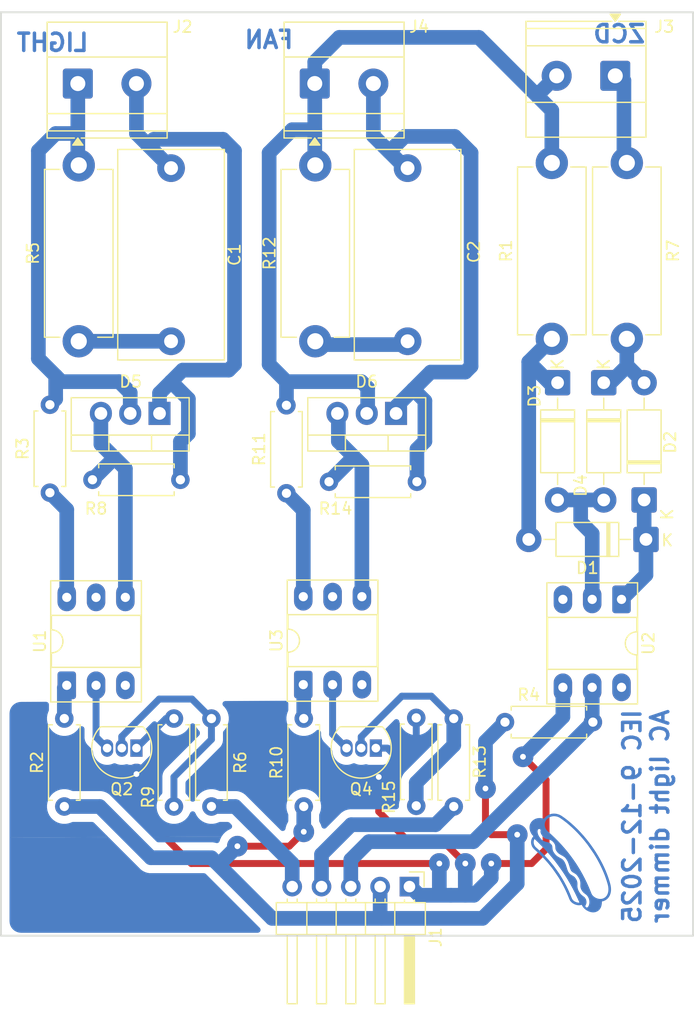
<source format=kicad_pcb>
(kicad_pcb (version 20241229) (generator "pcbnew") (generator_version "9.0")
  (title_block (date "mar. 31 mars 2015"))
  (layers (0 "F.Cu" signal) (2 "B.Cu" signal) (15 "B.Paste" user) (5 "F.SilkS" user "F.Silkscreen") (7 "B.SilkS" user "B.Silkscreen") (1 "F.Mask" user) (3 "B.Mask" user) (25 "Edge.Cuts" user))
  (net 0 "")
  (net 1 "Net-(C1-Pad1)")
  (net 2 "Net-(C2-Pad1)")
  (net 3 "Net-(D1-A)")
  (net 4 "Net-(D1-K)")
  (net 5 "Net-(D2-A)")
  (net 6 "Net-(D3-A)")
  (net 7 "LIGHT_LINE")
  (net 8 "N")
  (net 9 "+5V")
  (net 10 "GND")
  (net 11 "/ZCD")
  (net 12 "Net-(Q2-D)")
  (net 13 "Net-(Q2-G)")
  (net 14 "Net-(Q4-D)")
  (net 15 "Net-(Q4-G)")
  (net 20 "DIMMING_LINE")
  (net 21 "/FAN")
  (net 22 "/LIGHT")
  (net 23 "Net-(R2-Pad2)")
  (net 24 "Net-(R3-Pad1)")
  (net 25 "Net-(R10-Pad2)")
  (net 26 "Net-(R11-Pad1)")
  (net 29 "Net-(D5-A1)")
  (net 30 "Net-(D6-A1)")
  (net 31 "Net-(D5-G)")
  (net 32 "Net-(D6-G)")
  (footprint "Capacitor_THT:C_Rect_L18.0mm_W9.0mm_P15.00mm_FKS3_FKP3" (layer "F.Cu") (at 130 79.5 90)
    (property "Reference" "C2")
    (property "Value" "0.1uF")
  )
  (footprint "Package_DIP:DIP-6_W7.62mm_Socket_LongPads" (layer "F.Cu") (at 100.46 109.31 90)
    (property "Reference" "U1")
    (property "Value" "MOC3023M")
  )
  (footprint "Resistor_THT:R_Axial_DIN0207_L6.3mm_D2.5mm_P7.62mm_Horizontal" (layer "F.Cu") (at 100.25 119.81 90)
    (property "Reference" "R2")
    (property "Value" "180")
  )
  (footprint "Resistor_THT:R_Axial_DIN0207_L6.3mm_D2.5mm_P7.62mm_Horizontal" (layer "F.Cu") (at 138.44 112.5)
    (property "Reference" "R4")
    (property "Value" "1k")
  )
  (footprint "Resistor_THT:R_Axial_DIN0614_L14.3mm_D5.7mm_P15.24mm_Horizontal" (layer "F.Cu") (at 122 79.5 90)
    (property "Reference" "R12")
    (property "Value" "2.4k")
  )
  (footprint "Resistor_THT:R_Axial_DIN0207_L6.3mm_D2.5mm_P7.62mm_Horizontal" (layer "F.Cu") (at 130.75 119.75 90)
    (property "Reference" "R15")
    (property "Value" "1M")
  )
  (footprint "Package_TO_SOT_THT:TO-220-3_Vertical" (layer "F.Cu") (at 108.5 85.75 180)
    (property "Reference" "D5")
    (property "Value" "Generic_Triac_A1A2G")
  )
  (footprint "Resistor_THT:R_Axial_DIN0207_L6.3mm_D2.5mm_P7.62mm_Horizontal" (layer "F.Cu") (at 99 92.62 90)
    (property "Reference" "R3")
    (property "Value" "220")
  )
  (footprint "Package_DIP:DIP-6_W7.62mm_Socket_LongPads" (layer "F.Cu") (at 120.96 109.25 90)
    (property "Reference" "U3")
    (property "Value" "MOC3023M")
  )
  (footprint "Resistor_THT:R_Axial_DIN0207_L6.3mm_D2.5mm_P7.62mm_Horizontal" (layer "F.Cu") (at 123.19 91.67)
    (property "Reference" "R14")
    (property "Value" "220")
  )
  (footprint "Diode_THT:D_DO-41_SOD81_P10.16mm_Horizontal" (layer "F.Cu") (at 150.66 96.67 180)
    (property "Reference" "D1")
    (property "Value" "1N4007")
  )
  (footprint "Resistor_THT:R_Axial_DIN0207_L6.3mm_D2.5mm_P7.62mm_Horizontal" (layer "F.Cu") (at 119.5 92.67 90)
    (property "Reference" "R11")
    (property "Value" "220")
  )
  (footprint "Diode_THT:D_DO-41_SOD81_P10.16mm_Horizontal" (layer "F.Cu") (at 150.5 93.25 90)
    (property "Reference" "D2")
    (property "Value" "1N4007")
  )
  (footprint "Connector_PinHeader_2.54mm:PinHeader_1x05_P2.54mm_Horizontal" (layer "F.Cu") (at 130.16 126.75 -90)
    (property "Reference" "J1")
    (property "Value" "Conn_01x05_Socket")
  )
  (footprint "TerminalBlock_Phoenix:TerminalBlock_Phoenix_MKDS-1,5-2-5.08_1x02_P5.08mm_Horizontal" (layer "F.Cu") (at 148 56.5 180)
    (property "Reference" "J3")
    (property "Value" "Screw_Terminal_01x02")
  )
  (footprint "Resistor_THT:R_Axial_DIN0207_L6.3mm_D2.5mm_P7.62mm_Horizontal" (layer "F.Cu") (at 102.69 91.5)
    (property "Reference" "R8")
    (property "Value" "220")
  )
  (footprint "TerminalBlock_Phoenix:TerminalBlock_Phoenix_MKDS-1,5-2-5.08_1x02_P5.08mm_Horizontal" (layer "F.Cu") (at 101.42 57.1725)
    (property "Reference" "J2")
    (property "Value" "Screw_Terminal_01x02")
  )
  (footprint "Package_DIP:DIP-6_W7.62mm_Socket_LongPads" (layer "F.Cu") (at 148.54 101.865 -90)
    (property "Reference" "U2")
    (property "Value" "4N25")
  )
  (footprint "Resistor_THT:R_Axial_DIN0207_L6.3mm_D2.5mm_P7.62mm_Horizontal" (layer "F.Cu") (at 113 119.81 90)
    (property "Reference" "R6")
    (property "Value" "5")
  )
  (footprint "Resistor_THT:R_Axial_DIN0614_L14.3mm_D5.7mm_P15.24mm_Horizontal" (layer "F.Cu") (at 142.5 79.29 90)
    (property "Reference" "R1")
    (property "Value" "18k")
  )
  (footprint "Package_TO_SOT_THT:TO-220-3_Vertical" (layer "F.Cu") (at 129 85.75 180)
    (property "Reference" "D6")
    (property "Value" "Generic_Triac_A1A2G")
  )
  (footprint "Resistor_THT:R_Axial_DIN0207_L6.3mm_D2.5mm_P7.62mm_Horizontal" (layer "F.Cu") (at 109.75 119.81 90)
    (property "Reference" "R9")
    (property "Value" "1M")
  )
  (footprint "Resistor_THT:R_Axial_DIN0207_L6.3mm_D2.5mm_P7.62mm_Horizontal" (layer "F.Cu") (at 121 119.81 90)
    (property "Reference" "R10")
    (property "Value" "180")
  )
  (footprint "Package_TO_SOT_THT:TO-92_Inline" (layer "F.Cu") (at 106.5 114.75 180)
    (property "Reference" "Q2")
    (property "Value" "2N7000")
  )
  (footprint "TerminalBlock_Phoenix:TerminalBlock_Phoenix_MKDS-1,5-2-5.08_1x02_P5.08mm_Horizontal" (layer "F.Cu") (at 121.955 57.17)
    (property "Reference" "J4")
    (property "Value" "Screw_Terminal_01x02")
  )
  (footprint "Resistor_THT:R_Axial_DIN0207_L6.3mm_D2.5mm_P7.62mm_Horizontal" (layer "F.Cu") (at 134 119.81 90)
    (property "Reference" "R13")
    (property "Value" "5")
  )
  (footprint "Package_TO_SOT_THT:TO-92_Inline" (layer "F.Cu") (at 127.25 114.75 180)
    (property "Reference" "Q4")
    (property "Value" "2N7000")
  )
  (footprint "Diode_THT:D_DO-41_SOD81_P10.16mm_Horizontal" (layer "F.Cu") (at 147 83.09 -90)
    (property "Reference" "D4")
    (property "Value" "1N4007")
  )
  (footprint "Resistor_THT:R_Axial_DIN0614_L14.3mm_D5.7mm_P15.24mm_Horizontal" (layer "F.Cu") (at 101.5 79.5 90)
    (property "Reference" "R5")
    (property "Value" "2.4k")
  )
  (footprint "Capacitor_THT:C_Rect_L18.0mm_W9.0mm_P15.00mm_FKS3_FKP3" (layer "F.Cu") (at 109.5 79.5 90)
    (property "Reference" "C1")
    (property "Value" "0.1uF")
  )
  (footprint "Resistor_THT:R_Axial_DIN0614_L14.3mm_D5.7mm_P15.24mm_Horizontal" (layer "F.Cu") (at 149 79.29 90)
    (property "Reference" "R7")
    (property "Value" "18k")
  )
  (footprint "Diode_THT:D_DO-41_SOD81_P10.16mm_Horizontal" (layer "F.Cu") (at 143 83.09 -90)
    (property "Reference" "D3")
    (property "Value" "1N4007")
  )
  (footprint "graphics:hotdog" (layer "B.Cu") (at 144.25 124.5 -55)
    (property "Reference" "G***" (hide yes))
    (property "Value" "LOGO" (hide yes))
  )
  (gr_rect (start 94.75 51) (end 154.75 131) (stroke (width 0.15)) (fill no) (layer "Edge.Cuts"))
  (gr_text "FAN" (at 120.25 54.25 0) (layer "B.Cu") (effects (font (size 1.5 1.5) (thickness 0.3) (bold yes)) (justify left bottom mirror)))
  (gr_text "IEC 9-12-2025\nAC light dimmer" (at 152.75 111.25 90) (layer "B.Cu") (effects (font (size 1.5 1.5) (thickness 0.3) (bold yes)) (justify left bottom mirror)))
  (gr_text "LIGHT" (at 102.5 54.5 0) (layer "B.Cu") (effects (font (size 1.5 1.5) (thickness 0.3) (bold yes)) (justify left bottom mirror)))
  (gr_text "ZCD" (at 150.75 53.75 0) (layer "B.Cu") (effects (font (size 1.5 1.5) (thickness 0.3) (bold yes)) (justify left bottom mirror)))
  (segment (start 101.5 79.5) (end 109.5 79.5) (width 1.27) (layer "B.Cu") (net 1))
  (segment (start 129.88 79.79) (end 130 79.67) (width 1.27) (layer "B.Cu") (net 2))
  (segment (start 122.29 79.79) (end 129.88 79.79) (width 1.27) (layer "B.Cu") (net 2))
  (segment (start 122 79.5) (end 122.29 79.79) (width 1.27) (layer "B.Cu") (net 2))
  (segment (start 140.5 81.29) (end 142.5 79.29) (width 1.27) (layer "B.Cu") (net 3))
  (segment (start 143 83.09) (end 142.3 83.09) (width 1.27) (layer "B.Cu") (net 3))
  (segment (start 142.3 83.09) (end 140.5 81.29) (width 1.27) (layer "B.Cu") (net 3))
  (segment (start 143 83.09) (end 143 82.935) (width 1.27) (layer "B.Cu") (net 3))
  (segment (start 143.04 83.05) (end 143 83.09) (width 1.27) (layer "B.Cu") (net 3))
  (segment (start 140.5 96.67) (end 140.5 81.29) (width 1.27) (layer "B.Cu") (net 3))
  (segment (start 150.5 93.25) (end 150.5 96.51) (width 1.27) (layer "B.Cu") (net 4))
  (segment (start 150.66 99.745) (end 148.54 101.865) (width 1.27) (layer "B.Cu") (net 4))
  (segment (start 150.66 96.67) (end 150.66 99.745) (width 1.27) (layer "B.Cu") (net 4))
  (segment (start 150.5 96.51) (end 150.66 96.67) (width 1.27) (layer "B.Cu") (net 4))
  (segment (start 150.54 83.05) (end 150.5 83.09) (width 1.27) (layer "B.Cu") (net 5))
  (segment (start 149 81.67) (end 149 79.29) (width 1.27) (layer "B.Cu") (net 5))
  (segment (start 147 83.09) (end 147.58 83.09) (width 1.27) (layer "B.Cu") (net 5))
  (segment (start 150.5 83.09) (end 149.08 81.67) (width 1.27) (layer "B.Cu") (net 5))
  (segment (start 149.08 81.67) (end 149 81.67) (width 1.27) (layer "B.Cu") (net 5))
  (segment (start 147.58 83.09) (end 149 81.67) (width 1.27) (layer "B.Cu") (net 5))
  (segment (start 145 93.25) (end 147 93.25) (width 1.27) (layer "B.Cu") (net 6))
  (segment (start 147.04 93.29) (end 147 93.25) (width 1.27) (layer "B.Cu") (net 6))
  (segment (start 145 95.17) (end 146 96.17) (width 1.27) (layer "B.Cu") (net 6))
  (segment (start 145 93.25) (end 145 95.17) (width 1.27) (layer "B.Cu") (net 6))
  (segment (start 146 96.17) (end 146 101.865) (width 1.27) (layer "B.Cu") (net 6))
  (segment (start 143 93.25) (end 145 93.25) (width 1.27) (layer "B.Cu") (net 6))
  (segment (start 105.96 83.96) (end 105.96 85.69) (width 1.27) (layer "B.Cu") (net 7))
  (segment (start 101.42 61.5) (end 99.5 61.5) (width 1.27) (layer "B.Cu") (net 7))
  (segment (start 101.42 61.5) (end 101.42 64.18) (width 1.27) (layer "B.Cu") (net 7))
  (segment (start 98 81) (end 99.5 82.5) (width 1.27) (layer "B.Cu") (net 7))
  (segment (start 105 83) (end 105.96 83.96) (width 1.27) (layer "B.Cu") (net 7))
  (segment (start 98 63) (end 98 81) (width 1.27) (layer "B.Cu") (net 7))
  (segment (start 99.5 84.5) (end 99.5 82.5) (width 1.27) (layer "B.Cu") (net 7))
  (segment (start 101.42 57.1725) (end 101.42 61.5) (width 1.27) (layer "B.Cu") (net 7))
  (segment (start 100 83) (end 105 83) (width 1.27) (layer "B.Cu") (net 7))
  (segment (start 99.5 82.5) (end 100 83) (width 1.27) (layer "B.Cu") (net 7))
  (segment (start 101.42 64.18) (end 101.5 64.26) (width 1.27) (layer "B.Cu") (net 7))
  (segment (start 99 85) (end 99.5 84.5) (width 1.27) (layer "B.Cu") (net 7))
  (segment (start 99.5 61.5) (end 98 63) (width 1.27) (layer "B.Cu") (net 7))
  (segment (start 148 56.17) (end 148.75 56.92) (width 1.27) (layer "B.Cu") (net 8))
  (segment (start 148.75 56.92) (end 148.75 63.8) (width 1.27) (layer "B.Cu") (net 8))
  (segment (start 148.75 63.8) (end 149 64.05) (width 1.27) (layer "B.Cu") (net 8))
  (segment (start 136.75 121.75) (end 137.25 122.25) (width 0.6) (layer "F.Cu") (net 9))
  (segment (start 119.75 123.25) (end 121 122) (width 0.6) (layer "F.Cu") (net 9))
  (segment (start 136.75 118.25) (end 136.75 121.75) (width 0.6) (layer "F.Cu") (net 9))
  (segment (start 137.25 122.25) (end 139.5 122.25) (width 0.6) (layer "F.Cu") (net 9))
  (segment (start 115.25 123.25) (end 119.75 123.25) (width 0.6) (layer "F.Cu") (net 9))
  (segment (start 121 119.75) (end 121 119.81) (width 1.27) (layer "F.Cu") (net 9))
  (via (at 136.75 118.25) (size 1.8) (drill 0.5) (layers "F.Cu" "B.Cu") (net 9))
  (via (at 139.5 122.25) (size 1.8) (drill 0.5) (layers "F.Cu" "B.Cu") (net 9))
  (via (at 121 122) (size 1.8) (drill 0.5) (layers "F.Cu" "B.Cu") (net 9))
  (via (at 115.25 123.25) (size 1.8) (drill 0.5) (layers "F.Cu" "B.Cu") (net 9))
  (segment (start 127.62 129.37) (end 127.75 129.5) (width 1.27) (layer "B.Cu") (net 9))
  (segment (start 113 124.25) (end 107.75 124.25) (width 1.27) (layer "B.Cu") (net 9))
  (segment (start 107.75 124.25) (end 103.31 119.81) (width 1.27) (layer "B.Cu") (net 9))
  (segment (start 121 119.81) (end 121 122) (width 1.27) (layer "B.Cu") (net 9))
  (segment (start 138.44 112.5) (end 136.75 114.19) (width 1.27) (layer "B.Cu") (net 9))
  (segment (start 113.375 124.625) (end 113 124.25) (width 1.27) (layer "B.Cu") (net 9))
  (segment (start 113.375 124.625) (end 113.875 124.625) (width 1.27) (layer "B.Cu") (net 9))
  (segment (start 139.5 126.5) (end 139.5 122.25) (width 1.27) (layer "B.Cu") (net 9))
  (segment (start 113.875 124.625) (end 115.25 123.25) (width 1.27) (layer "B.Cu") (net 9))
  (segment (start 127.75 129.5) (end 136.5 129.5) (width 1.27) (layer "B.Cu") (net 9))
  (segment (start 136.5 129.5) (end 139.5 126.5) (width 1.27) (layer "B.Cu") (net 9))
  (segment (start 127.62 126.75) (end 127.62 129.37) (width 1.27) (layer "B.Cu") (net 9))
  (segment (start 103.31 119.81) (end 100.25 119.81) (width 1.27) (layer "B.Cu") (net 9))
  (segment (start 118.25 129.5) (end 127.75 129.5) (width 1.27) (layer "B.Cu") (net 9))
  (segment (start 113.375 124.625) (end 118.25 129.5) (width 1.27) (layer "B.Cu") (net 9))
  (segment (start 136.75 114.19) (end 136.75 118.25) (width 1.27) (layer "B.Cu") (net 9))
  (segment (start 140 115.5) (end 142 117.5) (width 0.6) (layer "F.Cu") (net 10))
  (segment (start 142 117.5) (end 142 123.5) (width 0.6) (layer "F.Cu") (net 10))
  (segment (start 133.25 123) (end 135 124.75) (width 0.6) (layer "F.Cu") (net 10))
  (segment (start 106.5 117) (end 106.5 120) (width 0.6) (layer "F.Cu") (net 10))
  (segment (start 127.5 120.25) (end 130.25 123) (width 0.6) (layer "F.Cu") (net 10))
  (segment (start 130.25 123) (end 133.25 123) (width 0.6) (layer "F.Cu") (net 10))
  (segment (start 140.75 124.75) (end 137.25 124.75) (width 0.6) (layer "F.Cu") (net 10))
  (segment (start 127.5 117.25) (end 127.5 120.25) (width 0.6) (layer "F.Cu") (net 10))
  (segment (start 106.5 120) (end 111.25 124.75) (width 0.6) (layer "F.Cu") (net 10))
  (segment (start 111.25 124.75) (end 132.75 124.75) (width 0.6) (layer "F.Cu") (net 10))
  (segment (start 127.5 115) (end 127.25 114.75) (width 0.6) (layer "F.Cu") (net 10))
  (segment (start 142 123.5) (end 140.75 124.75) (width 0.6) (layer "F.Cu") (net 10))
  (via (at 106.5 117) (size 1.8) (drill 0.5) (layers "F.Cu" "B.Cu") (net 10))
  (via (at 137.25 124.75) (size 1.8) (drill 0.5) (layers "F.Cu" "B.Cu") (net 10))
  (via (at 140 115.5) (size 1.8) (drill 0.5) (layers "F.Cu" "B.Cu") (net 10))
  (via (at 132.75 124.75) (size 1.8) (drill 0.5) (layers "F.Cu" "B.Cu") (net 10))
  (via (at 135 124.75) (size 1.8) (drill 0.5) (layers "F.Cu" "B.Cu") (net 10))
  (via (at 127.5 117.25) (size 1.8) (drill 0.5) (layers "F.Cu" "B.Cu") (net 10))
  (segment (start 133.75 127.5) (end 135.75 127.5) (width 1.27) (layer "B.Cu") (net 10))
  (segment (start 109.75 112.19) (end 109.06 112.19) (width 0.6) (layer "B.Cu") (net 10))
  (segment (start 129.125 115.625) (end 130.75 114) (width 0.6) (layer "B.Cu") (net 10))
  (segment (start 108 113.75) (end 107.75 113.5) (width 0.6) (layer "B.Cu") (net 10))
  (segment (start 130.25 126.75) (end 131 127.5) (width 1.27) (layer "B.Cu") (net 10))
  (segment (start 132.75 127) (end 132.75 124.75) (width 1.27) (layer "B.Cu") (net 10))
  (segment (start 143.46 112.04) (end 140 115.5) (width 1.27) (layer "B.Cu") (net 10))
  (segment (start 108 115.5) (end 108 113.75) (width 0.6) (layer "B.Cu") (net 10))
  (segment (start 127.25 117) (end 127.5 117.25) (width 0.6) (layer "B.Cu") (net 10))
  (segment (start 127.5 117.25) (end 129.125 115.625) (width 0.6) (layer "B.Cu") (net 10))
  (segment (start 127.25 114.75) (end 128.25 114.75) (width 0.6) (layer "B.Cu") (net 10))
  (segment (start 135.75 127.5) (end 137.25 126) (width 1.27) (layer "B.Cu") (net 10))
  (segment (start 137.25 126) (end 137.25 124.75) (width 1.27) (layer "B.Cu") (net 10))
  (segment (start 130.75 114) (end 130.75 112.13) (width 0.6) (layer "B.Cu") (net 10))
  (segment (start 109.06 112.19) (end 107.75 113.5) (width 0.6) (layer "B.Cu") (net 10))
  (segment (start 135 127.5) (end 135 124.75) (width 1.27) (layer "B.Cu") (net 10))
  (segment (start 107.75 113.5) (end 106.5 114.75) (width 0.6) (layer "B.Cu") (net 10))
  (segment (start 106.5 117) (end 108 115.5) (width 0.6) (layer "B.Cu") (net 10))
  (segment (start 143.46 109.485) (end 143.46 112.04) (width 1.27) (layer "B.Cu") (net 10))
  (segment (start 128.25 114.75) (end 129.125 115.625) (width 0.6) (layer "B.Cu") (net 10))
  (segment (start 131 127.5) (end 133.75 127.5) (width 1.27) (layer "B.Cu") (net 10))
  (segment (start 130.16 126.75) (end 130.25 126.75) (width 1.27) (layer "B.Cu") (net 10))
  (segment (start 125.08 124.42) (end 126.644 122.856) (width 1.27) (layer "B.Cu") (net 11))
  (segment (start 146 112.44) (end 146.06 112.5) (width 1.27) (layer "B.Cu") (net 11))
  (segment (start 135.704 122.856) (end 146.06 112.5) (width 1.27) (layer "B.Cu") (net 11))
  (segment (start 125.08 126.75) (end 125.08 124.42) (width 1.27) (layer "B.Cu") (net 11))
  (segment (start 126.644 122.856) (end 135.704 122.856) (width 1.27) (layer "B.Cu") (net 11))
  (segment (start 146 109.485) (end 146 112.44) (width 1.27) (layer "B.Cu") (net 11))
  (segment (start 103 113.79) (end 103.96 114.75) (width 0.6) (layer "B.Cu") (net 12))
  (segment (start 103 109.31) (end 103 113.79) (width 0.6) (layer "B.Cu") (net 12))
  (segment (start 105.23 113.743) (end 108.473 110.5) (width 0.6) (layer "B.Cu") (net 13))
  (segment (start 108.473 110.5) (end 111.31 110.5) (width 0.6) (layer "B.Cu") (net 13))
  (segment (start 109.75 119.81) (end 109.75 117.25) (width 0.6) (layer "B.Cu") (net 13))
  (segment (start 111.31 110.5) (end 113 112.19) (width 0.6) (layer "B.Cu") (net 13))
  (segment (start 105.23 114.75) (end 105.23 113.743) (width 0.6) (layer "B.Cu") (net 13))
  (segment (start 113 114) (end 113 112.19) (width 0.6) (layer "B.Cu") (net 13))
  (segment (start 109.75 117.25) (end 113 114) (width 0.6) (layer "B.Cu") (net 13))
  (segment (start 123.5 109.25) (end 123.5 113.54) (width 0.6) (layer "B.Cu") (net 14))
  (segment (start 123.5 113.54) (end 124.71 114.75) (width 0.6) (layer "B.Cu") (net 14))
  (segment (start 130.75 117.75) (end 134 114.5) (width 1.27) (layer "B.Cu") (net 15))
  (segment (start 130.75 119.75) (end 130.75 117.75) (width 1.27) (layer "B.Cu") (net 15))
  (segment (start 125.98 113.77) (end 129.5 110.25) (width 0.6) (layer "B.Cu") (net 15))
  (segment (start 125.98 114.75) (end 125.98 113.77) (width 0.6) (layer "B.Cu") (net 15))
  (segment (start 132.06 110.25) (end 134 112.19) (width 0.6) (layer "B.Cu") (net 15))
  (segment (start 129.5 110.25) (end 132.06 110.25) (width 0.6) (layer "B.Cu") (net 15))
  (segment (start 134 114.5) (end 134 112.19) (width 1.27) (layer "B.Cu") (net 15))
  (segment (start 121.955 57.17) (end 121.955 61.17) (width 1.27) (layer "B.Cu") (net 20))
  (segment (start 124.08 53.17) (end 136.17 53.17) (width 1.27) (layer "B.Cu") (net 20))
  (segment (start 126.54 83.54) (end 126 83) (width 1.27) (layer "B.Cu") (net 20))
  (segment (start 119.5 83) (end 118 81.5) (width 1.27) (layer "B.Cu") (net 20))
  (segment (start 121.955 64.505) (end 122 64.55) (width 1.27) (layer "B.Cu") (net 20))
  (segment (start 141.25 58.17) (end 141.25 58.25) (width 1.27) (layer "B.Cu") (net 20))
  (segment (start 142.5 56.59) (end 142.92 56.17) (width 1.27) (layer "B.Cu") (net 20))
  (segment (start 120 61.17) (end 118 63.17) (width 1.27) (layer "B.Cu") (net 20))
  (segment (start 141.25 58.25) (end 142.5 59.5) (width 1.27) (layer "B.Cu") (net 20))
  (segment (start 142.92 63.63) (end 142.5 64.05) (width 1.27) (layer "B.Cu") (net 20))
  (segment (start 136.17 53.17) (end 141.25 58.25) (width 1.27) (layer "B.Cu") (net 20))
  (segment (start 121.955 61.17) (end 120 61.17) (width 1.27) (layer "B.Cu") (net 20))
  (segment (start 119.38 85.05) (end 119.5 85.05) (width 1.27) (layer "B.Cu") (net 20))
  (segment (start 142.92 56.5) (end 141.25 58.17) (width 1.27) (layer "B.Cu") (net 20))
  (segment (start 142.5 64.05) (end 142.5 59.5) (width 1.27) (layer "B.Cu") (net 20))
  (segment (start 121.955 55.295) (end 124.08 53.17) (width 1.27) (layer "B.Cu") (net 20))
  (segment (start 126.54 85.67) (end 126.54 83.54) (width 1.27) (layer "B.Cu") (net 20))
  (segment (start 118 63.17) (end 118 81.5) (width 1.27) (layer "B.Cu") (net 20))
  (segment (start 119.25 84.92) (end 119.38 85.05) (width 1.27) (layer "B.Cu") (net 20))
  (segment (start 121.955 61.17) (end 121.955 64.505) (width 1.27) (layer "B.Cu") (net 20))
  (segment (start 121.955 57.17) (end 121.955 55.295) (width 1.27) (layer "B.Cu") (net 20))
  (segment (start 126 83) (end 119.5 83) (width 1.27) (layer "B.Cu") (net 20))
  (segment (start 119.5 85.05) (end 119.5 83) (width 1.27) (layer "B.Cu") (net 20))
  (segment (start 122.54 126.75) (end 122.54 123.96) (width 1.27) (layer "B.Cu") (net 21))
  (segment (start 122.54 123.96) (end 125.114 121.386) (width 1.27) (layer "B.Cu") (net 21))
  (segment (start 125.114 121.386) (end 132.424 121.386) (width 1.27) (layer "B.Cu") (net 21))
  (segment (start 132.424 121.386) (end 134 119.81) (width 1.27) (layer "B.Cu") (net 21))
  (segment (start 113 119.81) (end 115.06 119.81) (width 1.27) (layer "B.Cu") (net 22))
  (segment (start 115.06 119.81) (end 120 124.75) (width 1.27) (layer "B.Cu") (net 22))
  (segment (start 120 124.75) (end 120 126.75) (width 1.27) (layer "B.Cu") (net 22))
  (segment (start 100.25 112.19) (end 100.25 109.52) (width 1.27) (layer "B.Cu") (net 23))
  (segment (start 100.25 109.52) (end 100.46 109.31) (width 1.27) (layer "B.Cu") (net 23))
  (segment (start 100.46 94.08) (end 99 92.62) (width 1.27) (layer "B.Cu") (net 24))
  (segment (start 100.46 101.69) (end 100.46 94.08) (width 1.27) (layer "B.Cu") (net 24))
  (segment (start 121 112.19) (end 121 109.29) (width 1.27) (layer "B.Cu") (net 25))
  (segment (start 121 109.29) (end 120.96 109.25) (width 1.27) (layer "B.Cu") (net 25))
  (segment (start 120.96 101.86) (end 120.96 94.13) (width 1.27) (layer "B.Cu") (net 26))
  (segment (start 120.96 94.13) (end 119.5 92.67) (width 1.27) (layer "B.Cu") (net 26))
  (segment (start 110.5 82) (end 109.5 83) (width 1.27) (layer "B.Cu") (net 29))
  (segment (start 111 84.5) (end 109.5 83) (width 1.27) (layer "B.Cu") (net 29))
  (segment (start 108.5 84) (end 108.5 85.69) (width 1.27) (layer "B.Cu") (net 29))
  (segment (start 108 62) (end 114 62) (width 1.27) (layer "B.Cu") (net 29))
  (segment (start 110.31 88.19) (end 111 87.5) (width 1.27) (layer "B.Cu") (net 29))
  (segment (start 106.5 57.1725) (end 106.5 61.5) (width 1.27) (layer "B.Cu") (net 29))
  (segment (start 107.5 62.5) (end 108 62) (width 1.27) (layer "B.Cu") (net 29))
  (segment (start 115 63) (end 115 81.5) (width 1.27) (layer "B.Cu") (net 29))
  (segment (start 115 81.5) (end 114.5 82) (width 1.27) (layer "B.Cu") (net 29))
  (segment (start 106.5 61.5) (end 107.5 62.5) (width 1.27) (layer "B.Cu") (net 29))
  (segment (start 111 87.5) (end 111 84.5) (width 1.27) (layer "B.Cu") (net 29))
  (segment (start 107.5 62.5) (end 109.5 64.5) (width 1.27) (layer "B.Cu") (net 29))
  (segment (start 110.31 91.5) (end 110.31 88.19) (width 1.27) (layer "B.Cu") (net 29))
  (segment (start 114 62) (end 115 63) (width 1.27) (layer "B.Cu") (net 29))
  (segment (start 109.5 83) (end 108.5 84) (width 1.27) (layer "B.Cu") (net 29))
  (segment (start 114.5 82) (end 110.5 82) (width 1.27) (layer "B.Cu") (net 29))
  (segment (start 135.5 81.67) (end 135.5 63.17) (width 1.27) (layer "B.Cu") (net 30))
  (segment (start 127.035 61.705) (end 127.915 62.585) (width 1.27) (layer "B.Cu") (net 30))
  (segment (start 131.5 84.67) (end 130.5 83.67) (width 1.27) (layer "B.Cu") (net 30))
  (segment (start 135.5 63.17) (end 134.08 61.75) (width 1.27) (layer "B.Cu") (net 30))
  (segment (start 130.5 83.67) (end 132 82.17) (width 1.27) (layer "B.Cu") (net 30))
  (segment (start 127.915 62.585) (end 129.83 64.5) (width 1.27) (layer "B.Cu") (net 30))
  (segment (start 135 82.17) (end 135.5 81.67) (width 1.27) (layer "B.Cu") (net 30))
  (segment (start 129.83 64.5) (end 130 64.5) (width 1.27) (layer "B.Cu") (net 30))
  (segment (start 130.5 83.67) (end 129.08 85.09) (width 1.27) (layer "B.Cu") (net 30))
  (segment (start 132 82.17) (end 135 82.17) (width 1.27) (layer "B.Cu") (net 30))
  (segment (start 131.5 88.17) (end 131.5 84.67) (width 1.27) (layer "B.Cu") (net 30))
  (segment (start 128.415 63.085) (end 127.915 62.585) (width 1.27) (layer "B.Cu") (net 30))
  (segment (start 130.81 88.86) (end 131.5 88.17) (width 1.27) (layer "B.Cu") (net 30))
  (segment (start 129.08 85.09) (end 129.08 85.67) (width 1.27) (layer "B.Cu") (net 30))
  (segment (start 134.08 61.75) (end 129.75 61.75) (width 1.27) (layer "B.Cu") (net 30))
  (segment (start 127.035 57.17) (end 127.035 61.705) (width 1.27) (layer "B.Cu") (net 30))
  (segment (start 130.81 91.67) (end 130.81 88.86) (width 1.27) (layer "B.Cu") (net 30))
  (segment (start 129.75 61.75) (end 128.415 63.085) (width 1.27) (layer "B.Cu") (net 30))
  (segment (start 104.5 89.69) (end 104.5 89.5) (width 1.27) (layer "B.Cu") (net 31))
  (segment (start 102.69 91.5) (end 104.5 89.69) (width 1.27) (layer "B.Cu") (net 31))
  (segment (start 103.42 85.69) (end 103.42 88.42) (width 1.27) (layer "B.Cu") (net 31))
  (segment (start 103.42 85.69) (end 103.31 85.69) (width 1.27) (layer "B.Cu") (net 31))
  (segment (start 105.54 90.54) (end 105.54 101.69) (width 1.27) (layer "B.Cu") (net 31))
  (segment (start 103.42 88.42) (end 104.5 89.5) (width 1.27) (layer "B.Cu") (net 31))
  (segment (start 104.5 89.5) (end 105.54 90.54) (width 1.27) (layer "B.Cu") (net 31))
  (segment (start 126.04 90.21) (end 126.04 101.86) (width 1.27) (layer "B.Cu") (net 32))
  (segment (start 125.25 89.42) (end 126.04 90.21) (width 1.27) (layer "B.Cu") (net 32))
  (segment (start 123.19 91.67) (end 125.25 89.61) (width 1.27) (layer "B.Cu") (net 32))
  (segment (start 124 88.17) (end 125.25 89.42) (width 1.27) (layer "B.Cu") (net 32))
  (segment (start 125.25 89.61) (end 125.25 89.42) (width 1.27) (layer "B.Cu") (net 32))
  (segment (start 124 85.67) (end 124 88.17) (width 1.27) (layer "B.Cu") (net 32))
  (zone (net 10) (net_name "GND") (layer "B.Cu") (connect_pads no (clearance 0.7)) (min_thickness 0.5) (fill yes (thermal_gap 0.5) (thermal_bridge_width 0.5) (smoothing fillet) (radius 1))
    (polygon (pts (xy 95.5 123.25) (xy 135.75 123.25) (xy 135.75 110.577991) (xy 95.5 110.75)))
  )
  (zone (net 10) (net_name "GND") (layer "B.Cu") (priority 1) (connect_pads no (clearance 0.7)) (min_thickness 0.5) (fill yes (thermal_gap 0.5) (thermal_bridge_width 0.5) (smoothing fillet) (radius 1))
    (polygon (pts (xy 95.5 130.75) (xy 129.5 130.75) (xy 129.5 122.354701) (xy 95.5 122.5)))
  )
)
</source>
